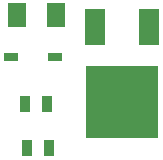
<source format=gtp>
G04 (created by PCBNEW (2013-07-07 BZR 4022)-stable) date 3/6/2015 3:42:32 AM*
%MOIN*%
G04 Gerber Fmt 3.4, Leading zero omitted, Abs format*
%FSLAX34Y34*%
G01*
G70*
G90*
G04 APERTURE LIST*
%ADD10C,0.00590551*%
%ADD11R,0.0472X0.0276*%
%ADD12R,0.06X0.08*%
%ADD13R,0.035X0.055*%
%ADD14R,0.065X0.12*%
%ADD15R,0.24X0.24*%
G04 APERTURE END LIST*
G54D10*
G54D11*
X10594Y-8149D03*
X9138Y-8149D03*
G54D12*
X9351Y-6769D03*
X10651Y-6769D03*
G54D13*
X9656Y-11194D03*
X10406Y-11194D03*
X9596Y-9739D03*
X10346Y-9739D03*
G54D14*
X13751Y-7159D03*
G54D15*
X12851Y-9659D03*
G54D14*
X11951Y-7159D03*
M02*

</source>
